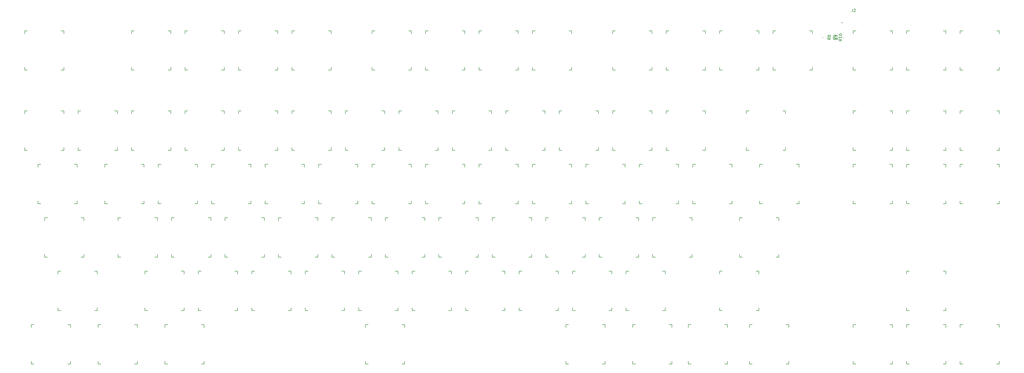
<source format=gbr>
%TF.GenerationSoftware,KiCad,Pcbnew,(6.0.1)*%
%TF.CreationDate,2022-03-06T15:28:15-08:00*%
%TF.ProjectId,Ramen80,52616d65-6e38-4302-9e6b-696361645f70,v1.0.0*%
%TF.SameCoordinates,Original*%
%TF.FileFunction,Legend,Top*%
%TF.FilePolarity,Positive*%
%FSLAX46Y46*%
G04 Gerber Fmt 4.6, Leading zero omitted, Abs format (unit mm)*
G04 Created by KiCad (PCBNEW (6.0.1)) date 2022-03-06 15:28:15*
%MOMM*%
%LPD*%
G01*
G04 APERTURE LIST*
%ADD10C,0.150000*%
%ADD11C,0.120000*%
%ADD12C,0.200000*%
G04 APERTURE END LIST*
D10*
%TO.C,R10*%
X327102380Y-62642857D02*
X326626190Y-62976190D01*
X327102380Y-63214285D02*
X326102380Y-63214285D01*
X326102380Y-62833333D01*
X326150000Y-62738095D01*
X326197619Y-62690476D01*
X326292857Y-62642857D01*
X326435714Y-62642857D01*
X326530952Y-62690476D01*
X326578571Y-62738095D01*
X326626190Y-62833333D01*
X326626190Y-63214285D01*
X327102380Y-61690476D02*
X327102380Y-62261904D01*
X327102380Y-61976190D02*
X326102380Y-61976190D01*
X326245238Y-62071428D01*
X326340476Y-62166666D01*
X326388095Y-62261904D01*
X326102380Y-61071428D02*
X326102380Y-60976190D01*
X326150000Y-60880952D01*
X326197619Y-60833333D01*
X326292857Y-60785714D01*
X326483333Y-60738095D01*
X326721428Y-60738095D01*
X326911904Y-60785714D01*
X327007142Y-60833333D01*
X327054761Y-60880952D01*
X327102380Y-60976190D01*
X327102380Y-61071428D01*
X327054761Y-61166666D01*
X327007142Y-61214285D01*
X326911904Y-61261904D01*
X326721428Y-61309523D01*
X326483333Y-61309523D01*
X326292857Y-61261904D01*
X326197619Y-61214285D01*
X326150000Y-61166666D01*
X326102380Y-61071428D01*
%TO.C,R7*%
X325802380Y-62166666D02*
X325326190Y-62500000D01*
X325802380Y-62738095D02*
X324802380Y-62738095D01*
X324802380Y-62357142D01*
X324850000Y-62261904D01*
X324897619Y-62214285D01*
X324992857Y-62166666D01*
X325135714Y-62166666D01*
X325230952Y-62214285D01*
X325278571Y-62261904D01*
X325326190Y-62357142D01*
X325326190Y-62738095D01*
X324802380Y-61833333D02*
X324802380Y-61166666D01*
X325802380Y-61595238D01*
%TO.C,R8*%
X323102380Y-62166666D02*
X322626190Y-62500000D01*
X323102380Y-62738095D02*
X322102380Y-62738095D01*
X322102380Y-62357142D01*
X322150000Y-62261904D01*
X322197619Y-62214285D01*
X322292857Y-62166666D01*
X322435714Y-62166666D01*
X322530952Y-62214285D01*
X322578571Y-62261904D01*
X322626190Y-62357142D01*
X322626190Y-62738095D01*
X322530952Y-61595238D02*
X322483333Y-61690476D01*
X322435714Y-61738095D01*
X322340476Y-61785714D01*
X322292857Y-61785714D01*
X322197619Y-61738095D01*
X322150000Y-61690476D01*
X322102380Y-61595238D01*
X322102380Y-61404761D01*
X322150000Y-61309523D01*
X322197619Y-61261904D01*
X322292857Y-61214285D01*
X322340476Y-61214285D01*
X322435714Y-61261904D01*
X322483333Y-61309523D01*
X322530952Y-61404761D01*
X322530952Y-61595238D01*
X322578571Y-61690476D01*
X322626190Y-61738095D01*
X322721428Y-61785714D01*
X322911904Y-61785714D01*
X323007142Y-61738095D01*
X323054761Y-61690476D01*
X323102380Y-61595238D01*
X323102380Y-61404761D01*
X323054761Y-61309523D01*
X323007142Y-61261904D01*
X322911904Y-61214285D01*
X322721428Y-61214285D01*
X322626190Y-61261904D01*
X322578571Y-61309523D01*
X322530952Y-61404761D01*
%TO.C,R9*%
X325102380Y-62166666D02*
X324626190Y-62500000D01*
X325102380Y-62738095D02*
X324102380Y-62738095D01*
X324102380Y-62357142D01*
X324150000Y-62261904D01*
X324197619Y-62214285D01*
X324292857Y-62166666D01*
X324435714Y-62166666D01*
X324530952Y-62214285D01*
X324578571Y-62261904D01*
X324626190Y-62357142D01*
X324626190Y-62738095D01*
X325102380Y-61690476D02*
X325102380Y-61500000D01*
X325054761Y-61404761D01*
X325007142Y-61357142D01*
X324864285Y-61261904D01*
X324673809Y-61214285D01*
X324292857Y-61214285D01*
X324197619Y-61261904D01*
X324150000Y-61309523D01*
X324102380Y-61404761D01*
X324102380Y-61595238D01*
X324150000Y-61690476D01*
X324197619Y-61738095D01*
X324292857Y-61785714D01*
X324530952Y-61785714D01*
X324626190Y-61738095D01*
X324673809Y-61690476D01*
X324721428Y-61595238D01*
X324721428Y-61404761D01*
X324673809Y-61309523D01*
X324626190Y-61261904D01*
X324530952Y-61214285D01*
%TO.C,J2*%
X330926666Y-51872380D02*
X330926666Y-52586666D01*
X330879047Y-52729523D01*
X330783809Y-52824761D01*
X330640952Y-52872380D01*
X330545714Y-52872380D01*
X331355238Y-51967619D02*
X331402857Y-51920000D01*
X331498095Y-51872380D01*
X331736190Y-51872380D01*
X331831428Y-51920000D01*
X331879047Y-51967619D01*
X331926666Y-52062857D01*
X331926666Y-52158095D01*
X331879047Y-52300952D01*
X331307619Y-52872380D01*
X331926666Y-52872380D01*
%TO.C,K48*%
X345137000Y-107299998D02*
X344137000Y-107299998D01*
X345137000Y-107299998D02*
X345137000Y-108299998D01*
X344137000Y-121299998D02*
X345137000Y-121299998D01*
X331137000Y-108299998D02*
X331137000Y-107299998D01*
X331137000Y-121299998D02*
X331137000Y-120299998D01*
X331137000Y-121299998D02*
X332137000Y-121299998D01*
X332137000Y-107299998D02*
X331137000Y-107299998D01*
X345137000Y-120299998D02*
X345137000Y-121299998D01*
%TO.C,K81*%
X242743000Y-164449998D02*
X242743000Y-165449998D01*
X228743000Y-178449998D02*
X228743000Y-177449998D01*
X242743000Y-164449998D02*
X241743000Y-164449998D01*
X228743000Y-165449998D02*
X228743000Y-164449998D01*
X228743000Y-178449998D02*
X229743000Y-178449998D01*
X241743000Y-178449998D02*
X242743000Y-178449998D01*
X242743000Y-177449998D02*
X242743000Y-178449998D01*
X229743000Y-164449998D02*
X228743000Y-164449998D01*
%TO.C,K13*%
X302562000Y-60674998D02*
X302562000Y-59674998D01*
X316562000Y-59674998D02*
X316562000Y-60674998D01*
X302562000Y-73674998D02*
X302562000Y-72674998D01*
X302562000Y-73674998D02*
X303562000Y-73674998D01*
X316562000Y-59674998D02*
X315562000Y-59674998D01*
X303562000Y-59674998D02*
X302562000Y-59674998D01*
X316562000Y-72674998D02*
X316562000Y-73674998D01*
X315562000Y-73674998D02*
X316562000Y-73674998D01*
%TO.C,K82*%
X252555000Y-178449998D02*
X253555000Y-178449998D01*
X266555000Y-164449998D02*
X265555000Y-164449998D01*
X252555000Y-178449998D02*
X252555000Y-177449998D01*
X265555000Y-178449998D02*
X266555000Y-178449998D01*
X266555000Y-164449998D02*
X266555000Y-165449998D01*
X252555000Y-165449998D02*
X252555000Y-164449998D01*
X266555000Y-177449998D02*
X266555000Y-178449998D01*
X253555000Y-164449998D02*
X252555000Y-164449998D01*
%TO.C,K74*%
X251175000Y-145399998D02*
X250175000Y-145399998D01*
X250175000Y-159399998D02*
X251175000Y-159399998D01*
X250175000Y-146399998D02*
X250175000Y-145399998D01*
X263175000Y-159399998D02*
X264175000Y-159399998D01*
X264175000Y-145399998D02*
X264175000Y-146399998D01*
X264175000Y-145399998D02*
X263175000Y-145399998D01*
X250175000Y-159399998D02*
X250175000Y-158399998D01*
X264175000Y-158399998D02*
X264175000Y-159399998D01*
%TO.C,K19*%
X87962000Y-88249998D02*
X86962000Y-88249998D01*
X86962000Y-102249998D02*
X87962000Y-102249998D01*
X74962000Y-88249998D02*
X73962000Y-88249998D01*
X87962000Y-88249998D02*
X87962000Y-89249998D01*
X73962000Y-102249998D02*
X73962000Y-101249998D01*
X73962000Y-102249998D02*
X74962000Y-102249998D01*
X73962000Y-89249998D02*
X73962000Y-88249998D01*
X87962000Y-101249998D02*
X87962000Y-102249998D01*
%TO.C,K15*%
X350187000Y-73674998D02*
X350187000Y-72674998D01*
X364187000Y-72674998D02*
X364187000Y-73674998D01*
X350187000Y-60674998D02*
X350187000Y-59674998D01*
X350187000Y-73674998D02*
X351187000Y-73674998D01*
X351187000Y-59674998D02*
X350187000Y-59674998D01*
X364187000Y-59674998D02*
X363187000Y-59674998D01*
X364187000Y-59674998D02*
X364187000Y-60674998D01*
X363187000Y-73674998D02*
X364187000Y-73674998D01*
%TO.C,K8*%
X211787000Y-59674998D02*
X210787000Y-59674998D01*
X197787000Y-73674998D02*
X198787000Y-73674998D01*
X197787000Y-73674998D02*
X197787000Y-72674998D01*
X198787000Y-59674998D02*
X197787000Y-59674998D01*
X197787000Y-60674998D02*
X197787000Y-59674998D01*
X210787000Y-73674998D02*
X211787000Y-73674998D01*
X211787000Y-59674998D02*
X211787000Y-60674998D01*
X211787000Y-72674998D02*
X211787000Y-73674998D01*
%TO.C,K36*%
X83487000Y-108299998D02*
X83487000Y-107299998D01*
X97487000Y-107299998D02*
X97487000Y-108299998D01*
X83487000Y-121299998D02*
X83487000Y-120299998D01*
X83487000Y-121299998D02*
X84487000Y-121299998D01*
X97487000Y-107299998D02*
X96487000Y-107299998D01*
X96487000Y-121299998D02*
X97487000Y-121299998D01*
X84487000Y-107299998D02*
X83487000Y-107299998D01*
X97487000Y-120299998D02*
X97487000Y-121299998D01*
%TO.C,K23*%
X164162000Y-88249998D02*
X164162000Y-89249998D01*
X164162000Y-88249998D02*
X163162000Y-88249998D01*
X151162000Y-88249998D02*
X150162000Y-88249998D01*
X150162000Y-89249998D02*
X150162000Y-88249998D01*
X164162000Y-101249998D02*
X164162000Y-102249998D01*
X150162000Y-102249998D02*
X151162000Y-102249998D01*
X150162000Y-102249998D02*
X150162000Y-101249998D01*
X163162000Y-102249998D02*
X164162000Y-102249998D01*
%TO.C,K43*%
X229837000Y-121299998D02*
X230837000Y-121299998D01*
X230837000Y-107299998D02*
X229837000Y-107299998D01*
X216837000Y-121299998D02*
X216837000Y-120299998D01*
X216837000Y-108299998D02*
X216837000Y-107299998D01*
X230837000Y-107299998D02*
X230837000Y-108299998D01*
X216837000Y-121299998D02*
X217837000Y-121299998D01*
X217837000Y-107299998D02*
X216837000Y-107299998D01*
X230837000Y-120299998D02*
X230837000Y-121299998D01*
%TO.C,K22*%
X145112000Y-88249998D02*
X145112000Y-89249998D01*
X145112000Y-101249998D02*
X145112000Y-102249998D01*
X131112000Y-89249998D02*
X131112000Y-88249998D01*
X132112000Y-88249998D02*
X131112000Y-88249998D01*
X131112000Y-102249998D02*
X131112000Y-101249998D01*
X145112000Y-88249998D02*
X144112000Y-88249998D01*
X131112000Y-102249998D02*
X132112000Y-102249998D01*
X144112000Y-102249998D02*
X145112000Y-102249998D01*
%TO.C,K56*%
X145400000Y-140349998D02*
X145400000Y-139349998D01*
X158400000Y-140349998D02*
X159400000Y-140349998D01*
X146400000Y-126349998D02*
X145400000Y-126349998D01*
X159400000Y-126349998D02*
X159400000Y-127349998D01*
X159400000Y-126349998D02*
X158400000Y-126349998D01*
X145400000Y-127349998D02*
X145400000Y-126349998D01*
X145400000Y-140349998D02*
X146400000Y-140349998D01*
X159400000Y-139349998D02*
X159400000Y-140349998D01*
%TO.C,K55*%
X140350000Y-139349998D02*
X140350000Y-140349998D01*
X126350000Y-127349998D02*
X126350000Y-126349998D01*
X140350000Y-126349998D02*
X140350000Y-127349998D01*
X140350000Y-126349998D02*
X139350000Y-126349998D01*
X126350000Y-140349998D02*
X126350000Y-139349998D01*
X139350000Y-140349998D02*
X140350000Y-140349998D01*
X127350000Y-126349998D02*
X126350000Y-126349998D01*
X126350000Y-140349998D02*
X127350000Y-140349998D01*
%TO.C,K4*%
X112062000Y-73674998D02*
X112062000Y-72674998D01*
X113062000Y-59674998D02*
X112062000Y-59674998D01*
X112062000Y-60674998D02*
X112062000Y-59674998D01*
X125062000Y-73674998D02*
X126062000Y-73674998D01*
X126062000Y-59674998D02*
X126062000Y-60674998D01*
X126062000Y-72674998D02*
X126062000Y-73674998D01*
X126062000Y-59674998D02*
X125062000Y-59674998D01*
X112062000Y-73674998D02*
X113062000Y-73674998D01*
%TO.C,K59*%
X216550000Y-126349998D02*
X216550000Y-127349998D01*
X202550000Y-140349998D02*
X203550000Y-140349998D01*
X202550000Y-140349998D02*
X202550000Y-139349998D01*
X202550000Y-127349998D02*
X202550000Y-126349998D01*
X216550000Y-126349998D02*
X215550000Y-126349998D01*
X215550000Y-140349998D02*
X216550000Y-140349998D01*
X216550000Y-139349998D02*
X216550000Y-140349998D01*
X203550000Y-126349998D02*
X202550000Y-126349998D01*
%TO.C,K69*%
X154925000Y-159399998D02*
X154925000Y-158399998D01*
X168925000Y-158399998D02*
X168925000Y-159399998D01*
X154925000Y-146399998D02*
X154925000Y-145399998D01*
X168925000Y-145399998D02*
X167925000Y-145399998D01*
X154925000Y-159399998D02*
X155925000Y-159399998D01*
X167925000Y-159399998D02*
X168925000Y-159399998D01*
X155925000Y-145399998D02*
X154925000Y-145399998D01*
X168925000Y-145399998D02*
X168925000Y-146399998D01*
%TO.C,K34*%
X41625000Y-107299998D02*
X40625000Y-107299998D01*
X54625000Y-107299998D02*
X54625000Y-108299998D01*
X54625000Y-107299998D02*
X53625000Y-107299998D01*
X40625000Y-108299998D02*
X40625000Y-107299998D01*
X40625000Y-121299998D02*
X41625000Y-121299998D01*
X40625000Y-121299998D02*
X40625000Y-120299998D01*
X54625000Y-120299998D02*
X54625000Y-121299998D01*
X53625000Y-121299998D02*
X54625000Y-121299998D01*
%TO.C,K78*%
X62055000Y-165449998D02*
X62055000Y-164449998D01*
X62055000Y-178449998D02*
X63055000Y-178449998D01*
X76055000Y-164449998D02*
X75055000Y-164449998D01*
X62055000Y-178449998D02*
X62055000Y-177449998D01*
X75055000Y-178449998D02*
X76055000Y-178449998D01*
X63055000Y-164449998D02*
X62055000Y-164449998D01*
X76055000Y-164449998D02*
X76055000Y-165449998D01*
X76055000Y-177449998D02*
X76055000Y-178449998D01*
%TO.C,K52*%
X82200000Y-140349998D02*
X83200000Y-140349998D01*
X83200000Y-139349998D02*
X83200000Y-140349998D01*
X69200000Y-140349998D02*
X70200000Y-140349998D01*
X70200000Y-126349998D02*
X69200000Y-126349998D01*
X69200000Y-140349998D02*
X69200000Y-139349998D01*
X83200000Y-126349998D02*
X83200000Y-127349998D01*
X83200000Y-126349998D02*
X82200000Y-126349998D01*
X69200000Y-127349998D02*
X69200000Y-126349998D01*
%TO.C,K75*%
X283512000Y-159399998D02*
X283512000Y-158399998D01*
X297512000Y-145399998D02*
X297512000Y-146399998D01*
X297512000Y-158399998D02*
X297512000Y-159399998D01*
X297512000Y-145399998D02*
X296512000Y-145399998D01*
X283512000Y-159399998D02*
X284512000Y-159399998D01*
X283512000Y-146399998D02*
X283512000Y-145399998D01*
X296512000Y-159399998D02*
X297512000Y-159399998D01*
X284512000Y-145399998D02*
X283512000Y-145399998D01*
%TO.C,K67*%
X130825000Y-158399998D02*
X130825000Y-159399998D01*
X116825000Y-146399998D02*
X116825000Y-145399998D01*
X116825000Y-159399998D02*
X117825000Y-159399998D01*
X129825000Y-159399998D02*
X130825000Y-159399998D01*
X116825000Y-159399998D02*
X116825000Y-158399998D01*
X130825000Y-145399998D02*
X129825000Y-145399998D01*
X130825000Y-145399998D02*
X130825000Y-146399998D01*
X117825000Y-145399998D02*
X116825000Y-145399998D01*
%TO.C,K26*%
X207312000Y-102249998D02*
X208312000Y-102249998D01*
X221312000Y-101249998D02*
X221312000Y-102249998D01*
X221312000Y-88249998D02*
X221312000Y-89249998D01*
X207312000Y-89249998D02*
X207312000Y-88249998D01*
X220312000Y-102249998D02*
X221312000Y-102249998D01*
X208312000Y-88249998D02*
X207312000Y-88249998D01*
X207312000Y-102249998D02*
X207312000Y-101249998D01*
X221312000Y-88249998D02*
X220312000Y-88249998D01*
D11*
%TO.C,R10*%
X324265000Y-61772936D02*
X324265000Y-62227064D01*
X325735000Y-61772936D02*
X325735000Y-62227064D01*
D10*
%TO.C,K58*%
X183500000Y-140349998D02*
X184500000Y-140349998D01*
X197500000Y-126349998D02*
X196500000Y-126349998D01*
X196500000Y-140349998D02*
X197500000Y-140349998D01*
X183500000Y-127349998D02*
X183500000Y-126349998D01*
X184500000Y-126349998D02*
X183500000Y-126349998D01*
X197500000Y-126349998D02*
X197500000Y-127349998D01*
X197500000Y-139349998D02*
X197500000Y-140349998D01*
X183500000Y-140349998D02*
X183500000Y-139349998D01*
%TO.C,K61*%
X240650000Y-127349998D02*
X240650000Y-126349998D01*
X253650000Y-140349998D02*
X254650000Y-140349998D01*
X240650000Y-140349998D02*
X240650000Y-139349998D01*
X254650000Y-139349998D02*
X254650000Y-140349998D01*
X240650000Y-140349998D02*
X241650000Y-140349998D01*
X241650000Y-126349998D02*
X240650000Y-126349998D01*
X254650000Y-126349998D02*
X254650000Y-127349998D01*
X254650000Y-126349998D02*
X253650000Y-126349998D01*
%TO.C,K62*%
X259700000Y-127349998D02*
X259700000Y-126349998D01*
X260700000Y-126349998D02*
X259700000Y-126349998D01*
X272700000Y-140349998D02*
X273700000Y-140349998D01*
X273700000Y-126349998D02*
X272700000Y-126349998D01*
X273700000Y-139349998D02*
X273700000Y-140349998D01*
X273700000Y-126349998D02*
X273700000Y-127349998D01*
X259700000Y-140349998D02*
X260700000Y-140349998D01*
X259700000Y-140349998D02*
X259700000Y-139349998D01*
%TO.C,K6*%
X173687000Y-72674998D02*
X173687000Y-73674998D01*
X160687000Y-59674998D02*
X159687000Y-59674998D01*
X173687000Y-59674998D02*
X173687000Y-60674998D01*
X159687000Y-60674998D02*
X159687000Y-59674998D01*
X159687000Y-73674998D02*
X160687000Y-73674998D01*
X172687000Y-73674998D02*
X173687000Y-73674998D01*
X159687000Y-73674998D02*
X159687000Y-72674998D01*
X173687000Y-59674998D02*
X172687000Y-59674998D01*
%TO.C,K40*%
X159687000Y-108299998D02*
X159687000Y-107299998D01*
X173687000Y-107299998D02*
X173687000Y-108299998D01*
X173687000Y-107299998D02*
X172687000Y-107299998D01*
X160687000Y-107299998D02*
X159687000Y-107299998D01*
X172687000Y-121299998D02*
X173687000Y-121299998D01*
X159687000Y-121299998D02*
X160687000Y-121299998D01*
X159687000Y-121299998D02*
X159687000Y-120299998D01*
X173687000Y-120299998D02*
X173687000Y-121299998D01*
%TO.C,K17*%
X35862000Y-89249998D02*
X35862000Y-88249998D01*
X36862000Y-88249998D02*
X35862000Y-88249998D01*
X49862000Y-88249998D02*
X49862000Y-89249998D01*
X48862000Y-102249998D02*
X49862000Y-102249998D01*
X35862000Y-102249998D02*
X36862000Y-102249998D01*
X35862000Y-102249998D02*
X35862000Y-101249998D01*
X49862000Y-88249998D02*
X48862000Y-88249998D01*
X49862000Y-101249998D02*
X49862000Y-102249998D01*
%TO.C,K85*%
X345137000Y-177449998D02*
X345137000Y-178449998D01*
X345137000Y-164449998D02*
X344137000Y-164449998D01*
X345137000Y-164449998D02*
X345137000Y-165449998D01*
X331137000Y-165449998D02*
X331137000Y-164449998D01*
X331137000Y-178449998D02*
X332137000Y-178449998D01*
X331137000Y-178449998D02*
X331137000Y-177449998D01*
X332137000Y-164449998D02*
X331137000Y-164449998D01*
X344137000Y-178449998D02*
X345137000Y-178449998D01*
%TO.C,K21*%
X126062000Y-88249998D02*
X125062000Y-88249998D01*
X112062000Y-102249998D02*
X112062000Y-101249998D01*
X126062000Y-88249998D02*
X126062000Y-89249998D01*
X113062000Y-88249998D02*
X112062000Y-88249998D01*
X126062000Y-101249998D02*
X126062000Y-102249998D01*
X112062000Y-102249998D02*
X113062000Y-102249998D01*
X125062000Y-102249998D02*
X126062000Y-102249998D01*
X112062000Y-89249998D02*
X112062000Y-88249998D01*
%TO.C,K47*%
X297800000Y-121299998D02*
X298800000Y-121299998D01*
X297800000Y-121299998D02*
X297800000Y-120299998D01*
X311800000Y-107299998D02*
X311800000Y-108299998D01*
X297800000Y-108299998D02*
X297800000Y-107299998D01*
X298800000Y-107299998D02*
X297800000Y-107299998D01*
X310800000Y-121299998D02*
X311800000Y-121299998D01*
X311800000Y-107299998D02*
X310800000Y-107299998D01*
X311800000Y-120299998D02*
X311800000Y-121299998D01*
%TO.C,K65*%
X78725000Y-159399998D02*
X78725000Y-158399998D01*
X78725000Y-146399998D02*
X78725000Y-145399998D01*
X92725000Y-145399998D02*
X92725000Y-146399998D01*
X92725000Y-158399998D02*
X92725000Y-159399998D01*
X91725000Y-159399998D02*
X92725000Y-159399998D01*
X79725000Y-145399998D02*
X78725000Y-145399998D01*
X78725000Y-159399998D02*
X79725000Y-159399998D01*
X92725000Y-145399998D02*
X91725000Y-145399998D01*
%TO.C,K3*%
X107012000Y-59674998D02*
X106012000Y-59674998D01*
X106012000Y-73674998D02*
X107012000Y-73674998D01*
X93012000Y-73674998D02*
X93012000Y-72674998D01*
X93012000Y-60674998D02*
X93012000Y-59674998D01*
X94012000Y-59674998D02*
X93012000Y-59674998D01*
X93012000Y-73674998D02*
X94012000Y-73674998D01*
X107012000Y-72674998D02*
X107012000Y-73674998D01*
X107012000Y-59674998D02*
X107012000Y-60674998D01*
%TO.C,K31*%
X345137000Y-101249998D02*
X345137000Y-102249998D01*
X331137000Y-89249998D02*
X331137000Y-88249998D01*
X345137000Y-88249998D02*
X344137000Y-88249998D01*
X344137000Y-102249998D02*
X345137000Y-102249998D01*
X331137000Y-102249998D02*
X331137000Y-101249998D01*
X345137000Y-88249998D02*
X345137000Y-89249998D01*
X332137000Y-88249998D02*
X331137000Y-88249998D01*
X331137000Y-102249998D02*
X332137000Y-102249998D01*
%TO.C,K86*%
X351187000Y-164449998D02*
X350187000Y-164449998D01*
X364187000Y-164449998D02*
X364187000Y-165449998D01*
X350187000Y-165449998D02*
X350187000Y-164449998D01*
X364187000Y-164449998D02*
X363187000Y-164449998D01*
X350187000Y-178449998D02*
X351187000Y-178449998D01*
X363187000Y-178449998D02*
X364187000Y-178449998D01*
X350187000Y-178449998D02*
X350187000Y-177449998D01*
X364187000Y-177449998D02*
X364187000Y-178449998D01*
%TO.C,K63*%
X303656000Y-140349998D02*
X304656000Y-140349998D01*
X304656000Y-126349998D02*
X304656000Y-127349998D01*
X291656000Y-126349998D02*
X290656000Y-126349998D01*
X290656000Y-140349998D02*
X291656000Y-140349998D01*
X290656000Y-140349998D02*
X290656000Y-139349998D01*
X304656000Y-139349998D02*
X304656000Y-140349998D01*
X304656000Y-126349998D02*
X303656000Y-126349998D01*
X290656000Y-127349998D02*
X290656000Y-126349998D01*
%TO.C,K70*%
X187975000Y-158399998D02*
X187975000Y-159399998D01*
X173975000Y-146399998D02*
X173975000Y-145399998D01*
X173975000Y-159399998D02*
X174975000Y-159399998D01*
X174975000Y-145399998D02*
X173975000Y-145399998D01*
X186975000Y-159399998D02*
X187975000Y-159399998D01*
X173975000Y-159399998D02*
X173975000Y-158399998D01*
X187975000Y-145399998D02*
X187975000Y-146399998D01*
X187975000Y-145399998D02*
X186975000Y-145399998D01*
%TO.C,K30*%
X306037000Y-102249998D02*
X307037000Y-102249998D01*
X294037000Y-88249998D02*
X293037000Y-88249998D01*
X293037000Y-89249998D02*
X293037000Y-88249998D01*
X293037000Y-102249998D02*
X294037000Y-102249998D01*
X307037000Y-88249998D02*
X306037000Y-88249998D01*
X307037000Y-88249998D02*
X307037000Y-89249998D01*
X307037000Y-101249998D02*
X307037000Y-102249998D01*
X293037000Y-102249998D02*
X293037000Y-101249998D01*
%TO.C,K41*%
X192737000Y-107299998D02*
X191737000Y-107299998D01*
X178737000Y-121299998D02*
X179737000Y-121299998D01*
X178737000Y-121299998D02*
X178737000Y-120299998D01*
X179737000Y-107299998D02*
X178737000Y-107299998D01*
X192737000Y-120299998D02*
X192737000Y-121299998D01*
X178737000Y-108299998D02*
X178737000Y-107299998D01*
X192737000Y-107299998D02*
X192737000Y-108299998D01*
X191737000Y-121299998D02*
X192737000Y-121299998D01*
%TO.C,K16*%
X383237000Y-59674998D02*
X383237000Y-60674998D01*
X370237000Y-59674998D02*
X369237000Y-59674998D01*
X369237000Y-73674998D02*
X370237000Y-73674998D01*
X369237000Y-73674998D02*
X369237000Y-72674998D01*
X383237000Y-59674998D02*
X382237000Y-59674998D01*
X383237000Y-72674998D02*
X383237000Y-73674998D01*
X382237000Y-73674998D02*
X383237000Y-73674998D01*
X369237000Y-60674998D02*
X369237000Y-59674998D01*
%TO.C,K53*%
X88250000Y-140349998D02*
X89250000Y-140349998D01*
X88250000Y-140349998D02*
X88250000Y-139349998D01*
X88250000Y-127349998D02*
X88250000Y-126349998D01*
X102250000Y-126349998D02*
X102250000Y-127349998D01*
X102250000Y-139349998D02*
X102250000Y-140349998D01*
X101250000Y-140349998D02*
X102250000Y-140349998D01*
X102250000Y-126349998D02*
X101250000Y-126349998D01*
X89250000Y-126349998D02*
X88250000Y-126349998D01*
%TO.C,K68*%
X149875000Y-158399998D02*
X149875000Y-159399998D01*
X149875000Y-145399998D02*
X149875000Y-146399998D01*
X135875000Y-159399998D02*
X135875000Y-158399998D01*
X136875000Y-145399998D02*
X135875000Y-145399998D01*
X149875000Y-145399998D02*
X148875000Y-145399998D01*
X135875000Y-146399998D02*
X135875000Y-145399998D01*
X148875000Y-159399998D02*
X149875000Y-159399998D01*
X135875000Y-159399998D02*
X136875000Y-159399998D01*
%TO.C,K80*%
X157305000Y-178449998D02*
X157305000Y-177449998D01*
X171305000Y-164449998D02*
X171305000Y-165449998D01*
X157305000Y-178449998D02*
X158305000Y-178449998D01*
X158305000Y-164449998D02*
X157305000Y-164449998D01*
X170305000Y-178449998D02*
X171305000Y-178449998D01*
X157305000Y-165449998D02*
X157305000Y-164449998D01*
X171305000Y-177449998D02*
X171305000Y-178449998D01*
X171305000Y-164449998D02*
X170305000Y-164449998D01*
%TO.C,K42*%
X211787000Y-107299998D02*
X211787000Y-108299998D01*
X211787000Y-107299998D02*
X210787000Y-107299998D01*
X197787000Y-108299998D02*
X197787000Y-107299998D01*
X210787000Y-121299998D02*
X211787000Y-121299998D01*
X198787000Y-107299998D02*
X197787000Y-107299998D01*
X211787000Y-120299998D02*
X211787000Y-121299998D01*
X197787000Y-121299998D02*
X197787000Y-120299998D01*
X197787000Y-121299998D02*
X198787000Y-121299998D01*
%TO.C,K60*%
X234600000Y-140349998D02*
X235600000Y-140349998D01*
X221600000Y-140349998D02*
X222600000Y-140349998D01*
X235600000Y-126349998D02*
X234600000Y-126349998D01*
X221600000Y-140349998D02*
X221600000Y-139349998D01*
X221600000Y-127349998D02*
X221600000Y-126349998D01*
X222600000Y-126349998D02*
X221600000Y-126349998D01*
X235600000Y-126349998D02*
X235600000Y-127349998D01*
X235600000Y-139349998D02*
X235600000Y-140349998D01*
%TO.C,K10*%
X259412000Y-72674998D02*
X259412000Y-73674998D01*
X259412000Y-59674998D02*
X258412000Y-59674998D01*
X245412000Y-60674998D02*
X245412000Y-59674998D01*
X259412000Y-59674998D02*
X259412000Y-60674998D01*
X258412000Y-73674998D02*
X259412000Y-73674998D01*
X246412000Y-59674998D02*
X245412000Y-59674998D01*
X245412000Y-73674998D02*
X245412000Y-72674998D01*
X245412000Y-73674998D02*
X246412000Y-73674998D01*
%TO.C,K9*%
X216837000Y-73674998D02*
X216837000Y-72674998D01*
X216837000Y-60674998D02*
X216837000Y-59674998D01*
X230837000Y-59674998D02*
X230837000Y-60674998D01*
X229837000Y-73674998D02*
X230837000Y-73674998D01*
X216837000Y-73674998D02*
X217837000Y-73674998D01*
X217837000Y-59674998D02*
X216837000Y-59674998D01*
X230837000Y-72674998D02*
X230837000Y-73674998D01*
X230837000Y-59674998D02*
X229837000Y-59674998D01*
%TO.C,K76*%
X350187000Y-159399998D02*
X351187000Y-159399998D01*
X364187000Y-145399998D02*
X364187000Y-146399998D01*
X363187000Y-159399998D02*
X364187000Y-159399998D01*
X364187000Y-158399998D02*
X364187000Y-159399998D01*
X350187000Y-159399998D02*
X350187000Y-158399998D01*
X351187000Y-145399998D02*
X350187000Y-145399998D01*
X364187000Y-145399998D02*
X363187000Y-145399998D01*
X350187000Y-146399998D02*
X350187000Y-145399998D01*
%TO.C,K71*%
X207025000Y-158399998D02*
X207025000Y-159399998D01*
X193025000Y-146399998D02*
X193025000Y-145399998D01*
X207025000Y-145399998D02*
X207025000Y-146399998D01*
X194025000Y-145399998D02*
X193025000Y-145399998D01*
X207025000Y-145399998D02*
X206025000Y-145399998D01*
X193025000Y-159399998D02*
X193025000Y-158399998D01*
X193025000Y-159399998D02*
X194025000Y-159399998D01*
X206025000Y-159399998D02*
X207025000Y-159399998D01*
%TO.C,K28*%
X245412000Y-102249998D02*
X245412000Y-101249998D01*
X245412000Y-102249998D02*
X246412000Y-102249998D01*
X245412000Y-89249998D02*
X245412000Y-88249998D01*
X246412000Y-88249998D02*
X245412000Y-88249998D01*
X259412000Y-88249998D02*
X259412000Y-89249998D01*
X258412000Y-102249998D02*
X259412000Y-102249998D01*
X259412000Y-88249998D02*
X258412000Y-88249998D01*
X259412000Y-101249998D02*
X259412000Y-102249998D01*
%TO.C,K50*%
X369237000Y-108299998D02*
X369237000Y-107299998D01*
X383237000Y-107299998D02*
X383237000Y-108299998D01*
X369237000Y-121299998D02*
X369237000Y-120299998D01*
X383237000Y-107299998D02*
X382237000Y-107299998D01*
X383237000Y-120299998D02*
X383237000Y-121299998D01*
X382237000Y-121299998D02*
X383237000Y-121299998D01*
X370237000Y-107299998D02*
X369237000Y-107299998D01*
X369237000Y-121299998D02*
X370237000Y-121299998D01*
%TO.C,K27*%
X239362000Y-102249998D02*
X240362000Y-102249998D01*
X240362000Y-88249998D02*
X240362000Y-89249998D01*
X227362000Y-88249998D02*
X226362000Y-88249998D01*
X226362000Y-102249998D02*
X226362000Y-101249998D01*
X240362000Y-101249998D02*
X240362000Y-102249998D01*
X226362000Y-102249998D02*
X227362000Y-102249998D01*
X226362000Y-89249998D02*
X226362000Y-88249998D01*
X240362000Y-88249998D02*
X239362000Y-88249998D01*
%TO.C,K66*%
X97775000Y-159399998D02*
X97775000Y-158399998D01*
X97775000Y-146399998D02*
X97775000Y-145399998D01*
X98775000Y-145399998D02*
X97775000Y-145399998D01*
X110775000Y-159399998D02*
X111775000Y-159399998D01*
X97775000Y-159399998D02*
X98775000Y-159399998D01*
X111775000Y-145399998D02*
X110775000Y-145399998D01*
X111775000Y-145399998D02*
X111775000Y-146399998D01*
X111775000Y-158399998D02*
X111775000Y-159399998D01*
%TO.C,K12*%
X297512000Y-59674998D02*
X296512000Y-59674998D01*
X297512000Y-59674998D02*
X297512000Y-60674998D01*
X284512000Y-59674998D02*
X283512000Y-59674998D01*
X283512000Y-60674998D02*
X283512000Y-59674998D01*
X283512000Y-73674998D02*
X284512000Y-73674998D01*
X296512000Y-73674998D02*
X297512000Y-73674998D01*
X297512000Y-72674998D02*
X297512000Y-73674998D01*
X283512000Y-73674998D02*
X283512000Y-72674998D01*
%TO.C,K7*%
X178737000Y-73674998D02*
X179737000Y-73674998D01*
X192737000Y-59674998D02*
X191737000Y-59674998D01*
X178737000Y-73674998D02*
X178737000Y-72674998D01*
X191737000Y-73674998D02*
X192737000Y-73674998D01*
X192737000Y-59674998D02*
X192737000Y-60674998D01*
X192737000Y-72674998D02*
X192737000Y-73674998D01*
X178737000Y-60674998D02*
X178737000Y-59674998D01*
X179737000Y-59674998D02*
X178737000Y-59674998D01*
%TO.C,K83*%
X286368000Y-177449998D02*
X286368000Y-178449998D01*
X273368000Y-164449998D02*
X272368000Y-164449998D01*
X285368000Y-178449998D02*
X286368000Y-178449998D01*
X272368000Y-165449998D02*
X272368000Y-164449998D01*
X286368000Y-164449998D02*
X285368000Y-164449998D01*
X286368000Y-164449998D02*
X286368000Y-165449998D01*
X272368000Y-178449998D02*
X273368000Y-178449998D01*
X272368000Y-178449998D02*
X272368000Y-177449998D01*
%TO.C,K79*%
X99868000Y-177449998D02*
X99868000Y-178449998D01*
X85868000Y-178449998D02*
X86868000Y-178449998D01*
X99868000Y-164449998D02*
X99868000Y-165449998D01*
X85868000Y-165449998D02*
X85868000Y-164449998D01*
X85868000Y-178449998D02*
X85868000Y-177449998D01*
X98868000Y-178449998D02*
X99868000Y-178449998D01*
X86868000Y-164449998D02*
X85868000Y-164449998D01*
X99868000Y-164449998D02*
X98868000Y-164449998D01*
%TO.C,K51*%
X43006000Y-127349998D02*
X43006000Y-126349998D01*
X57006000Y-126349998D02*
X57006000Y-127349998D01*
X44006000Y-126349998D02*
X43006000Y-126349998D01*
X43006000Y-140349998D02*
X44006000Y-140349998D01*
X57006000Y-126349998D02*
X56006000Y-126349998D01*
X56006000Y-140349998D02*
X57006000Y-140349998D01*
X43006000Y-140349998D02*
X43006000Y-139349998D01*
X57006000Y-139349998D02*
X57006000Y-140349998D01*
%TO.C,K2*%
X73962000Y-60674998D02*
X73962000Y-59674998D01*
X74962000Y-59674998D02*
X73962000Y-59674998D01*
X86962000Y-73674998D02*
X87962000Y-73674998D01*
X73962000Y-73674998D02*
X74962000Y-73674998D01*
X87962000Y-72674998D02*
X87962000Y-73674998D01*
X87962000Y-59674998D02*
X87962000Y-60674998D01*
X73962000Y-73674998D02*
X73962000Y-72674998D01*
X87962000Y-59674998D02*
X86962000Y-59674998D01*
%TO.C,K18*%
X68912000Y-101249998D02*
X68912000Y-102249998D01*
X68912000Y-88249998D02*
X67912000Y-88249998D01*
X54912000Y-102249998D02*
X54912000Y-101249998D01*
X54912000Y-89249998D02*
X54912000Y-88249998D01*
X67912000Y-102249998D02*
X68912000Y-102249998D01*
X54912000Y-102249998D02*
X55912000Y-102249998D01*
X55912000Y-88249998D02*
X54912000Y-88249998D01*
X68912000Y-88249998D02*
X68912000Y-89249998D01*
D11*
%TO.C,R7*%
X326265000Y-62227064D02*
X326265000Y-61772936D01*
X327735000Y-62227064D02*
X327735000Y-61772936D01*
D10*
%TO.C,K54*%
X121300000Y-126349998D02*
X120300000Y-126349998D01*
X121300000Y-126349998D02*
X121300000Y-127349998D01*
X107300000Y-140349998D02*
X107300000Y-139349998D01*
X121300000Y-139349998D02*
X121300000Y-140349998D01*
X108300000Y-126349998D02*
X107300000Y-126349998D01*
X120300000Y-140349998D02*
X121300000Y-140349998D01*
X107300000Y-140349998D02*
X108300000Y-140349998D01*
X107300000Y-127349998D02*
X107300000Y-126349998D01*
%TO.C,K25*%
X201262000Y-102249998D02*
X202262000Y-102249998D01*
X189262000Y-88249998D02*
X188262000Y-88249998D01*
X202262000Y-101249998D02*
X202262000Y-102249998D01*
X188262000Y-89249998D02*
X188262000Y-88249998D01*
X188262000Y-102249998D02*
X189262000Y-102249998D01*
X202262000Y-88249998D02*
X202262000Y-89249998D01*
X202262000Y-88249998D02*
X201262000Y-88249998D01*
X188262000Y-102249998D02*
X188262000Y-101249998D01*
%TO.C,K14*%
X331137000Y-73674998D02*
X332137000Y-73674998D01*
X332137000Y-59674998D02*
X331137000Y-59674998D01*
X331137000Y-60674998D02*
X331137000Y-59674998D01*
X344137000Y-73674998D02*
X345137000Y-73674998D01*
X345137000Y-59674998D02*
X344137000Y-59674998D01*
X331137000Y-73674998D02*
X331137000Y-72674998D01*
X345137000Y-72674998D02*
X345137000Y-73674998D01*
X345137000Y-59674998D02*
X345137000Y-60674998D01*
%TO.C,K77*%
X38243000Y-165449998D02*
X38243000Y-164449998D01*
X39243000Y-164449998D02*
X38243000Y-164449998D01*
X52243000Y-164449998D02*
X51243000Y-164449998D01*
X52243000Y-164449998D02*
X52243000Y-165449998D01*
X52243000Y-177449998D02*
X52243000Y-178449998D01*
X38243000Y-178449998D02*
X39243000Y-178449998D01*
X51243000Y-178449998D02*
X52243000Y-178449998D01*
X38243000Y-178449998D02*
X38243000Y-177449998D01*
%TO.C,K35*%
X78437000Y-107299998D02*
X77437000Y-107299998D01*
X64437000Y-121299998D02*
X65437000Y-121299998D01*
X64437000Y-121299998D02*
X64437000Y-120299998D01*
X78437000Y-107299998D02*
X78437000Y-108299998D01*
X77437000Y-121299998D02*
X78437000Y-121299998D01*
X64437000Y-108299998D02*
X64437000Y-107299998D01*
X65437000Y-107299998D02*
X64437000Y-107299998D01*
X78437000Y-120299998D02*
X78437000Y-121299998D01*
%TO.C,K33*%
X370237000Y-88249998D02*
X369237000Y-88249998D01*
X383237000Y-88249998D02*
X383237000Y-89249998D01*
X369237000Y-89249998D02*
X369237000Y-88249998D01*
X382237000Y-102249998D02*
X383237000Y-102249998D01*
X383237000Y-101249998D02*
X383237000Y-102249998D01*
X383237000Y-88249998D02*
X382237000Y-88249998D01*
X369237000Y-102249998D02*
X370237000Y-102249998D01*
X369237000Y-102249998D02*
X369237000Y-101249998D01*
%TO.C,K57*%
X178450000Y-139349998D02*
X178450000Y-140349998D01*
X178450000Y-126349998D02*
X177450000Y-126349998D01*
X164450000Y-140349998D02*
X165450000Y-140349998D01*
X178450000Y-126349998D02*
X178450000Y-127349998D01*
X164450000Y-127349998D02*
X164450000Y-126349998D01*
X165450000Y-126349998D02*
X164450000Y-126349998D01*
X177450000Y-140349998D02*
X178450000Y-140349998D01*
X164450000Y-140349998D02*
X164450000Y-139349998D01*
D11*
%TO.C,R8*%
X320265000Y-61772936D02*
X320265000Y-62227064D01*
X321735000Y-61772936D02*
X321735000Y-62227064D01*
D10*
%TO.C,K11*%
X278462000Y-59674998D02*
X278462000Y-60674998D01*
X264462000Y-73674998D02*
X265462000Y-73674998D01*
X278462000Y-72674998D02*
X278462000Y-73674998D01*
X265462000Y-59674998D02*
X264462000Y-59674998D01*
X277462000Y-73674998D02*
X278462000Y-73674998D01*
X278462000Y-59674998D02*
X277462000Y-59674998D01*
X264462000Y-60674998D02*
X264462000Y-59674998D01*
X264462000Y-73674998D02*
X264462000Y-72674998D01*
D11*
%TO.C,R9*%
X322265000Y-61772936D02*
X322265000Y-62227064D01*
X323735000Y-61772936D02*
X323735000Y-62227064D01*
D10*
%TO.C,K45*%
X254937000Y-121299998D02*
X255937000Y-121299998D01*
X268937000Y-120299998D02*
X268937000Y-121299998D01*
X268937000Y-107299998D02*
X267937000Y-107299998D01*
X254937000Y-121299998D02*
X254937000Y-120299998D01*
X267937000Y-121299998D02*
X268937000Y-121299998D01*
X255937000Y-107299998D02*
X254937000Y-107299998D01*
X268937000Y-107299998D02*
X268937000Y-108299998D01*
X254937000Y-108299998D02*
X254937000Y-107299998D01*
D12*
%TO.C,J2*%
X327305000Y-56762500D02*
G75*
G03*
X327305000Y-56762500I-100000J0D01*
G01*
D10*
%TO.C,K39*%
X154637000Y-107299998D02*
X153637000Y-107299998D01*
X153637000Y-121299998D02*
X154637000Y-121299998D01*
X154637000Y-120299998D02*
X154637000Y-121299998D01*
X140637000Y-121299998D02*
X141637000Y-121299998D01*
X154637000Y-107299998D02*
X154637000Y-108299998D01*
X140637000Y-121299998D02*
X140637000Y-120299998D01*
X140637000Y-108299998D02*
X140637000Y-107299998D01*
X141637000Y-107299998D02*
X140637000Y-107299998D01*
%TO.C,K37*%
X103537000Y-107299998D02*
X102537000Y-107299998D01*
X115537000Y-121299998D02*
X116537000Y-121299998D01*
X102537000Y-108299998D02*
X102537000Y-107299998D01*
X102537000Y-121299998D02*
X102537000Y-120299998D01*
X116537000Y-120299998D02*
X116537000Y-121299998D01*
X102537000Y-121299998D02*
X103537000Y-121299998D01*
X116537000Y-107299998D02*
X116537000Y-108299998D01*
X116537000Y-107299998D02*
X115537000Y-107299998D01*
%TO.C,K38*%
X121587000Y-121299998D02*
X122587000Y-121299998D01*
X121587000Y-121299998D02*
X121587000Y-120299998D01*
X134587000Y-121299998D02*
X135587000Y-121299998D01*
X121587000Y-108299998D02*
X121587000Y-107299998D01*
X135587000Y-107299998D02*
X134587000Y-107299998D01*
X135587000Y-120299998D02*
X135587000Y-121299998D01*
X122587000Y-107299998D02*
X121587000Y-107299998D01*
X135587000Y-107299998D02*
X135587000Y-108299998D01*
%TO.C,K87*%
X383237000Y-177449998D02*
X383237000Y-178449998D01*
X383237000Y-164449998D02*
X382237000Y-164449998D01*
X383237000Y-164449998D02*
X383237000Y-165449998D01*
X382237000Y-178449998D02*
X383237000Y-178449998D01*
X370237000Y-164449998D02*
X369237000Y-164449998D01*
X369237000Y-178449998D02*
X370237000Y-178449998D01*
X369237000Y-178449998D02*
X369237000Y-177449998D01*
X369237000Y-165449998D02*
X369237000Y-164449998D01*
%TO.C,K1*%
X35862000Y-60674998D02*
X35862000Y-59674998D01*
X48862000Y-73674998D02*
X49862000Y-73674998D01*
X49862000Y-59674998D02*
X49862000Y-60674998D01*
X35862000Y-73674998D02*
X36862000Y-73674998D01*
X35862000Y-73674998D02*
X35862000Y-72674998D01*
X36862000Y-59674998D02*
X35862000Y-59674998D01*
X49862000Y-59674998D02*
X48862000Y-59674998D01*
X49862000Y-72674998D02*
X49862000Y-73674998D01*
%TO.C,K29*%
X264462000Y-102249998D02*
X265462000Y-102249998D01*
X278462000Y-88249998D02*
X278462000Y-89249998D01*
X264462000Y-89249998D02*
X264462000Y-88249998D01*
X264462000Y-102249998D02*
X264462000Y-101249998D01*
X278462000Y-88249998D02*
X277462000Y-88249998D01*
X277462000Y-102249998D02*
X278462000Y-102249998D01*
X265462000Y-88249998D02*
X264462000Y-88249998D01*
X278462000Y-101249998D02*
X278462000Y-102249998D01*
%TO.C,K73*%
X232125000Y-145399998D02*
X231125000Y-145399998D01*
X231125000Y-146399998D02*
X231125000Y-145399998D01*
X231125000Y-159399998D02*
X231125000Y-158399998D01*
X245125000Y-145399998D02*
X245125000Y-146399998D01*
X245125000Y-158399998D02*
X245125000Y-159399998D01*
X231125000Y-159399998D02*
X232125000Y-159399998D01*
X244125000Y-159399998D02*
X245125000Y-159399998D01*
X245125000Y-145399998D02*
X244125000Y-145399998D01*
%TO.C,K84*%
X308180000Y-164449998D02*
X308180000Y-165449998D01*
X294180000Y-165449998D02*
X294180000Y-164449998D01*
X308180000Y-164449998D02*
X307180000Y-164449998D01*
X295180000Y-164449998D02*
X294180000Y-164449998D01*
X294180000Y-178449998D02*
X294180000Y-177449998D01*
X307180000Y-178449998D02*
X308180000Y-178449998D01*
X308180000Y-177449998D02*
X308180000Y-178449998D01*
X294180000Y-178449998D02*
X295180000Y-178449998D01*
%TO.C,K72*%
X212075000Y-159399998D02*
X213075000Y-159399998D01*
X212075000Y-146399998D02*
X212075000Y-145399998D01*
X226075000Y-145399998D02*
X225075000Y-145399998D01*
X226075000Y-158399998D02*
X226075000Y-159399998D01*
X226075000Y-145399998D02*
X226075000Y-146399998D01*
X212075000Y-159399998D02*
X212075000Y-158399998D01*
X213075000Y-145399998D02*
X212075000Y-145399998D01*
X225075000Y-159399998D02*
X226075000Y-159399998D01*
%TO.C,K49*%
X364187000Y-120299998D02*
X364187000Y-121299998D01*
X351187000Y-107299998D02*
X350187000Y-107299998D01*
X363187000Y-121299998D02*
X364187000Y-121299998D01*
X350187000Y-121299998D02*
X350187000Y-120299998D01*
X350187000Y-121299998D02*
X351187000Y-121299998D01*
X364187000Y-107299998D02*
X364187000Y-108299998D01*
X350187000Y-108299998D02*
X350187000Y-107299998D01*
X364187000Y-107299998D02*
X363187000Y-107299998D01*
%TO.C,K24*%
X183212000Y-88249998D02*
X182212000Y-88249998D01*
X169212000Y-102249998D02*
X170212000Y-102249998D01*
X169212000Y-89249998D02*
X169212000Y-88249998D01*
X183212000Y-88249998D02*
X183212000Y-89249998D01*
X170212000Y-88249998D02*
X169212000Y-88249998D01*
X182212000Y-102249998D02*
X183212000Y-102249998D01*
X169212000Y-102249998D02*
X169212000Y-101249998D01*
X183212000Y-101249998D02*
X183212000Y-102249998D01*
%TO.C,K64*%
X61769000Y-158399998D02*
X61769000Y-159399998D01*
X61769000Y-145399998D02*
X60769000Y-145399998D01*
X61769000Y-145399998D02*
X61769000Y-146399998D01*
X47769000Y-159399998D02*
X48769000Y-159399998D01*
X47769000Y-146399998D02*
X47769000Y-145399998D01*
X47769000Y-159399998D02*
X47769000Y-158399998D01*
X60769000Y-159399998D02*
X61769000Y-159399998D01*
X48769000Y-145399998D02*
X47769000Y-145399998D01*
%TO.C,K20*%
X93012000Y-102249998D02*
X93012000Y-101249998D01*
X107012000Y-88249998D02*
X106012000Y-88249998D01*
X94012000Y-88249998D02*
X93012000Y-88249998D01*
X106012000Y-102249998D02*
X107012000Y-102249998D01*
X107012000Y-88249998D02*
X107012000Y-89249998D01*
X93012000Y-102249998D02*
X94012000Y-102249998D01*
X107012000Y-101249998D02*
X107012000Y-102249998D01*
X93012000Y-89249998D02*
X93012000Y-88249998D01*
%TO.C,K32*%
X364187000Y-88249998D02*
X363187000Y-88249998D01*
X364187000Y-101249998D02*
X364187000Y-102249998D01*
X350187000Y-102249998D02*
X351187000Y-102249998D01*
X364187000Y-88249998D02*
X364187000Y-89249998D01*
X350187000Y-102249998D02*
X350187000Y-101249998D01*
X350187000Y-89249998D02*
X350187000Y-88249998D01*
X363187000Y-102249998D02*
X364187000Y-102249998D01*
X351187000Y-88249998D02*
X350187000Y-88249998D01*
%TO.C,K44*%
X235887000Y-108299998D02*
X235887000Y-107299998D01*
X249887000Y-107299998D02*
X248887000Y-107299998D01*
X249887000Y-120299998D02*
X249887000Y-121299998D01*
X249887000Y-107299998D02*
X249887000Y-108299998D01*
X248887000Y-121299998D02*
X249887000Y-121299998D01*
X235887000Y-121299998D02*
X236887000Y-121299998D01*
X236887000Y-107299998D02*
X235887000Y-107299998D01*
X235887000Y-121299998D02*
X235887000Y-120299998D01*
%TO.C,K46*%
X273987000Y-121299998D02*
X273987000Y-120299998D01*
X273987000Y-121299998D02*
X274987000Y-121299998D01*
X274987000Y-107299998D02*
X273987000Y-107299998D01*
X287987000Y-107299998D02*
X287987000Y-108299998D01*
X287987000Y-107299998D02*
X286987000Y-107299998D01*
X287987000Y-120299998D02*
X287987000Y-121299998D01*
X286987000Y-121299998D02*
X287987000Y-121299998D01*
X273987000Y-108299998D02*
X273987000Y-107299998D01*
%TO.C,K5*%
X131112000Y-73674998D02*
X131112000Y-72674998D01*
X131112000Y-60674998D02*
X131112000Y-59674998D01*
X132112000Y-59674998D02*
X131112000Y-59674998D01*
X144112000Y-73674998D02*
X145112000Y-73674998D01*
X145112000Y-59674998D02*
X144112000Y-59674998D01*
X131112000Y-73674998D02*
X132112000Y-73674998D01*
X145112000Y-72674998D02*
X145112000Y-73674998D01*
X145112000Y-59674998D02*
X145112000Y-60674998D01*
%TD*%
M02*

</source>
